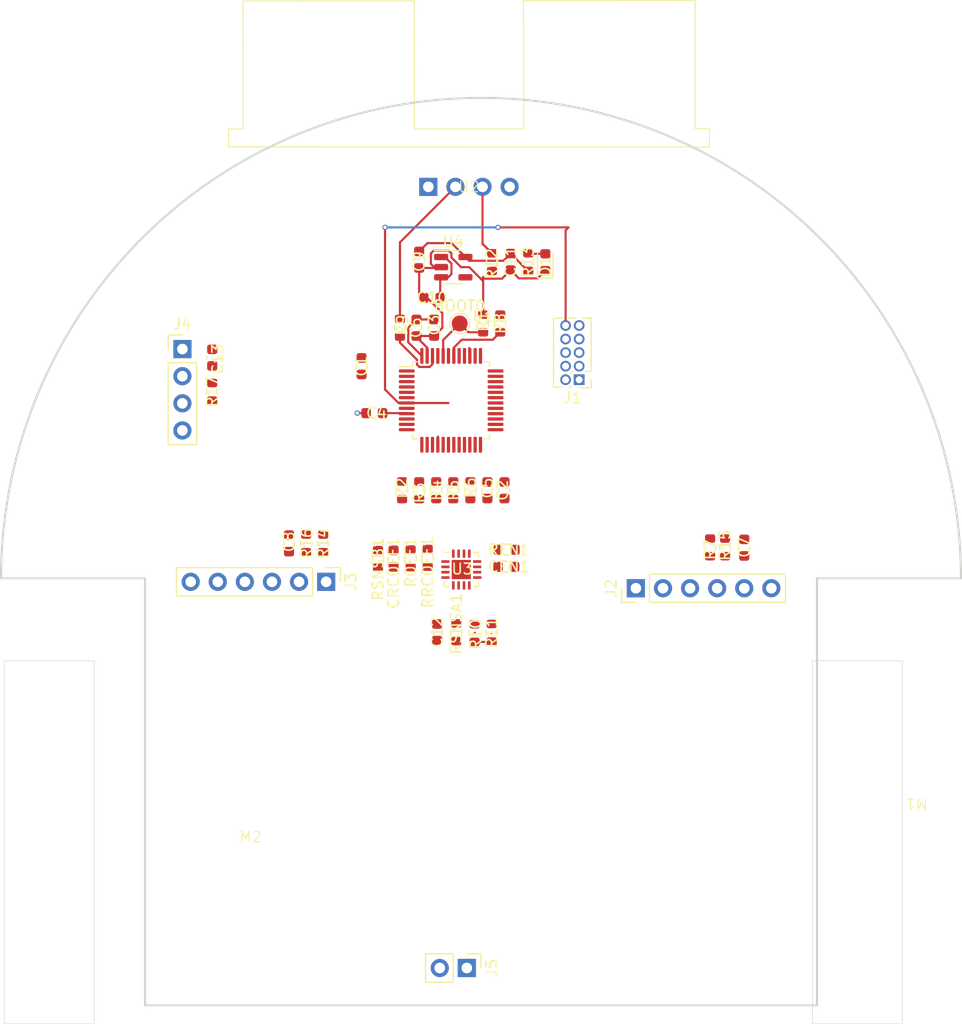
<source format=kicad_pcb>
(kicad_pcb (version 20221018) (generator pcbnew)
  (layers (0 "F.Cu" signal) (31 "B.Cu" signal) (34 "B.Paste" user) (35 "F.Paste" user) (36 "B.SilkS" user "B.Silkscreen") (37 "F.SilkS" user "F.Silkscreen") (38 "B.Mask" user) (39 "F.Mask" user) (44 "Edge.Cuts" user))
  (net 0 "")
  (net 1 "+3.3V")
  (net 2 "GND")
  (net 3 "+BATT")
  (net 4 "/mcu/UART1_TX")
  (net 5 "/mcu/IN_B2")
  (net 6 "/mcu/UART1_RX")
  (net 7 "/mcu/BOOT0")
  (net 8 "Net-(U1-PA2)")
  (net 9 "/SPIN_PWM_A")
  (net 10 "Net-(U1-PA3)")
  (net 11 "/mcu/TIM15_CH2")
  (net 12 "Net-(U1-PA4)")
  (net 13 "/SPIN_PH_A")
  (net 14 "Net-(U1-PA5)")
  (net 15 "/mcu/OUT_A5")
  (net 16 "/mcu/OUT_B0")
  (net 17 "Net-(U1-PB0)")
  (net 18 "Net-(U1-PB6)")
  (net 19 "/mcu/OUT_B9")
  (net 20 "Net-(U1-PB9)")
  (net 21 "/MB_C1")
  (net 22 "/MB_C2")
  (net 23 "/mcu/TIM3_CH2")
  (net 24 "/MA_C1")
  (net 25 "/mcu/TIM8_CH2")
  (net 31 "/mcu/~{RESET}")
  (net 43 "/mcu/SWDIO")
  (net 46 "/mcu/SWDCLK")
  (net 48 "/mcu/SWO")
  (net 53 "/SPIN_EN")
  (net 54 "Net-(U2-ECHO)")
  (net 55 "/motorB/MA")
  (net 56 "Net-(U3-SENSEA)")
  (net 57 "/motorB/MB")
  (net 58 "/motorA/MB")
  (net 59 "Net-(U3-SENSEB)")
  (net 60 "/motorA/MA")
  (net 61 "Net-(U3-REF)")
  (net 62 "Net-(U3-TOFF)")
  (net 64 "Net-(CRCOFF1-Pad1)")
  (net 65 "Net-(D1-A)")
  (net 66 "Net-(J2-Pin_3)")
  (net 67 "Net-(J3-Pin_3)")
  (net 68 "Net-(J2-Pin_4)")
  (net 69 "Net-(J3-Pin_4)")
  (net 70 "Net-(J4-Pin_3)")
  (net 71 "/external_uart/EXTERNAL_UART_TX")
  (net 72 "/external_uart/EXTERNAL_UART_RX")
  (footprint "Package_QFP:LQFP-48_7x7mm_P0.5mm" (layer "F.Cu") (at 149.8 81.6)
    (fp_text reference "U1" (at 3 -7.85) (layer "F.SilkS"))
    (fp_text value "STM32F030C8Tx")
    (pad "1" smd roundrect (at -4.1625 -2.75) (size 1.475 0.3) (layers "F.Cu" "F.Paste" "F.Mask") (net 1 "+3.3V"))
    (pad "2" smd roundrect (at -4.1625 -2.25) (size 1.475 0.3) (layers "F.Cu" "F.Paste" "F.Mask"))
    (pad "3" smd roundrect (at -4.1625 -1.75) (size 1.475 0.3) (layers "F.Cu" "F.Paste" "F.Mask"))
    (pad "4" smd roundrect (at -4.1625 -1.25) (size 1.475 0.3) (layers "F.Cu" "F.Paste" "F.Mask"))
    (pad "5" smd roundrect (at -4.1625 -0.75) (size 1.475 0.3) (layers "F.Cu" "F.Paste" "F.Mask"))
    (pad "6" smd roundrect (at -4.1625 -0.25) (size 1.475 0.3) (layers "F.Cu" "F.Paste" "F.Mask"))
    (pad "7" smd roundrect (at -4.1625 0.25) (size 1.475 0.3) (layers "F.Cu" "F.Paste" "F.Mask") (net 31 "/mcu/~{RESET}"))
    (pad "8" smd roundrect (at -4.1625 0.75) (size 1.475 0.3) (layers "F.Cu" "F.Paste" "F.Mask") (net 2 "GND"))
    (pad "9" smd roundrect (at -4.1625 1.25) (size 1.475 0.3) (layers "F.Cu" "F.Paste" "F.Mask") (net 1 "+3.3V"))
    (pad "10" smd roundrect (at -4.1625 1.75) (size 1.475 0.3) (layers "F.Cu" "F.Paste" "F.Mask") (net 21 "/MB_C1"))
    (pad "11" smd roundrect (at -4.1625 2.25) (size 1.475 0.3) (layers "F.Cu" "F.Paste" "F.Mask") (net 22 "/MB_C2"))
    (pad "12" smd roundrect (at -4.1625 2.75) (size 1.475 0.3) (layers "F.Cu" "F.Paste" "F.Mask") (net 8 "Net-(U1-PA2)"))
    (pad "13" smd roundrect (at -2.75 4.1625) (size 0.3 1.475) (layers "F.Cu" "F.Paste" "F.Mask") (net 10 "Net-(U1-PA3)"))
    (pad "14" smd roundrect (at -2.25 4.1625) (size 0.3 1.475) (layers "F.Cu" "F.Paste" "F.Mask") (net 12 "Net-(U1-PA4)"))
    (pad "15" smd roundrect (at -1.75 4.1625) (size 0.3 1.475) (layers "F.Cu" "F.Paste" "F.Mask") (net 14 "Net-(U1-PA5)"))
    (pad "16" smd roundrect (at -1.25 4.1625) (size 0.3 1.475) (layers "F.Cu" "F.Paste" "F.Mask") (net 24 "/MA_C1"))
    (pad "17" smd roundrect (at -0.75 4.1625) (size 0.3 1.475) (layers "F.Cu" "F.Paste" "F.Mask") (net 23 "/mcu/TIM3_CH2"))
    (pad "18" smd roundrect (at -0.25 4.1625) (size 0.3 1.475) (layers "F.Cu" "F.Paste" "F.Mask") (net 17 "Net-(U1-PB0)"))
    (pad "19" smd roundrect (at 0.25 4.1625) (size 0.3 1.475) (layers "F.Cu" "F.Paste" "F.Mask") (net 53 "/SPIN_EN"))
    (pad "20" smd roundrect (at 0.75 4.1625) (size 0.3 1.475) (layers "F.Cu" "F.Paste" "F.Mask") (net 5 "/mcu/IN_B2"))
    (pad "21" smd roundrect (at 1.25 4.1625) (size 0.3 1.475) (layers "F.Cu" "F.Paste" "F.Mask"))
    (pad "22" smd roundrect (at 1.75 4.1625) (size 0.3 1.475) (layers "F.Cu" "F.Paste" "F.Mask"))
    (pad "23" smd roundrect (at 2.25 4.1625) (size 0.3 1.475) (layers "F.Cu" "F.Paste" "F.Mask") (net 2 "GND"))
    (pad "24" smd roundrect (at 2.75 4.1625) (size 0.3 1.475) (layers "F.Cu" "F.Paste" "F.Mask") (net 1 "+3.3V"))
    (pad "25" smd roundrect (at 4.1625 2.75) (size 1.475 0.3) (layers "F.Cu" "F.Paste" "F.Mask"))
    (pad "26" smd roundrect (at 4.1625 2.25) (size 1.475 0.3) (layers "F.Cu" "F.Paste" "F.Mask"))
    (pad "27" smd roundrect (at 4.1625 1.75) (size 1.475 0.3) (layers "F.Cu" "F.Paste" "F.Mask"))
    (pad "28" smd roundrect (at 4.1625 1.25) (size 1.475 0.3) (layers "F.Cu" "F.Paste" "F.Mask"))
    (pad "29" smd roundrect (at 4.1625 0.75) (size 1.475 0.3) (layers "F.Cu" "F.Paste" "F.Mask"))
    (pad "30" smd roundrect (at 4.1625 0.25) (size 1.475 0.3) (layers "F.Cu" "F.Paste" "F.Mask"))
    (pad "31" smd roundrect (at 4.1625 -0.25) (size 1.475 0.3) (layers "F.Cu" "F.Paste" "F.Mask"))
    (pad "32" smd roundrect (at 4.1625 -0.75) (size 1.475 0.3) (layers "F.Cu" "F.Paste" "F.Mask"))
    (pad "33" smd roundrect (at 4.1625 -1.25) (size 1.475 0.3) (layers "F.Cu" "F.Paste" "F.Mask"))
    (pad "34" smd roundrect (at 4.1625 -1.75) (size 1.475 0.3) (layers "F.Cu" "F.Paste" "F.Mask") (net 43 "/mcu/SWDIO"))
    (pad "35" smd roundrect (at 4.1625 -2.25) (size 1.475 0.3) (layers "F.Cu" "F.Paste" "F.Mask"))
    (pad "36" smd roundrect (at 4.1625 -2.75) (size 1.475 0.3) (layers "F.Cu" "F.Paste" "F.Mask"))
    (pad "37" smd roundrect (at 2.75 -4.1625) (size 0.3 1.475) (layers "F.Cu" "F.Paste" "F.Mask") (net 46 "/mcu/SWDCLK"))
    (pad "38" smd roundrect (at 2.25 -4.1625) (size 0.3 1.475) (layers "F.Cu" "F.Paste" "F.Mask"))
    (pad "39" smd roundrect (at 1.75 -4.1625) (size 0.3 1.475) (layers "F.Cu" "F.Paste" "F.Mask") (net 48 "/mcu/SWO"))
    (pad "40" smd roundrect (at 1.25 -4.1625) (size 0.3 1.475) (layers "F.Cu" "F.Paste" "F.Mask"))
    (pad "41" smd roundrect (at 0.75 -4.1625) (size 0.3 1.475) (layers "F.Cu" "F.Paste" "F.Mask"))
    (pad "42" smd roundrect (at 0.25 -4.1625) (size 0.3 1.475) (layers "F.Cu" "F.Paste" "F.Mask") (net 18 "Net-(U1-PB6)"))
    (pad "43" smd roundrect (at -0.25 -4.1625) (size 0.3 1.475) (layers "F.Cu" "F.Paste" "F.Mask") (net 6 "/mcu/UART1_RX"))
    (pad "44" smd roundrect (at -0.75 -4.1625) (size 0.3 1.475) (layers "F.Cu" "F.Paste" "F.Mask") (net 7 "/mcu/BOOT0"))
    (pad "45" smd roundrect (at -1.25 -4.1625) (size 0.3 1.475) (layers "F.Cu" "F.Paste" "F.Mask") (net 25 "/mcu/TIM8_CH2"))
    (pad "46" smd roundrect (at -1.75 -4.1625) (size 0.3 1.475) (layers "F.Cu" "F.Paste" "F.Mask") (net 20 "Net-(U1-PB9)"))
    (pad "47" smd roundrect (at -2.25 -4.1625) (size 0.3 1.475) (layers "F.Cu" "F.Paste" "F.Mask") (net 2 "GND"))
    (pad "48" smd roundrect (at -2.75 -4.1625) (size 0.3 1.475) (layers "F.Cu" "F.Paste" "F.Mask") (net 1 "+3.3V"))
  )
  (footprint "Resistor_SMD:R_0603_1608Metric" (layer "F.Cu") (at 155 95.6 180)
    (fp_text reference "REN1" (at -0.2 0) (layer "F.SilkS"))
    (fp_text value "10k")
    (pad "1" smd roundrect (at -0.825 0 180) (size 0.8 0.95) (layers "F.Cu" "F.Paste" "F.Mask") (net 53 "/SPIN_EN"))
    (pad "2" smd roundrect (at 0.825 0 180) (size 0.8 0.95) (layers "F.Cu" "F.Paste" "F.Mask") (net 5 "/mcu/IN_B2"))
  )
  (footprint "Resistor_SMD:R_0603_1608Metric" (layer "F.Cu") (at 152.8 74.4 90)
    (fp_text reference "R1" (at 0.2 -0.0375 90) (layer "F.SilkS"))
    (fp_text value "10k")
    (pad "1" smd roundrect (at -0.825 0 90) (size 0.8 0.95) (layers "F.Cu" "F.Paste" "F.Mask") (net 7 "/mcu/BOOT0"))
    (pad "2" smd roundrect (at 0.825 0 90) (size 0.8 0.95) (layers "F.Cu" "F.Paste" "F.Mask") (net 2 "GND"))
  )
  (footprint "minimouse:N20_with_encoder" (layer "F.Cu") (at 131 123)
    (fp_text reference "M2" (at 0 -0.5 unlocked) (layer "F.SilkS") (effects (font (thickness 0.1))))
    (fp_text value "N20_encoder")
    (fp_rect (start -23.1 -17) (end -14.67 17) (stroke (width 0.05)) (fill none) (layer "Edge.Cuts"))
    (pad "" np_thru_hole circle locked (at 0 -9) (size 1 1) (drill 2.2) (layers "F&B.Cu" "*.Mask"))
    (pad "" np_thru_hole circle locked (at 0 9) (size 1 1) (drill 2.2) (layers "F&B.Cu" "*.Mask"))
  )
  (footprint "Resistor_SMD:R_0603_1608Metric" (layer "F.Cu") (at 136.2 95 90)
    (fp_text reference "R16" (at 0 0.07 90) (layer "F.SilkS"))
    (fp_text value "100")
    (pad "1" smd roundrect (at -0.825 0 90) (size 0.8 0.95) (layers "F.Cu" "F.Paste" "F.Mask") (net 22 "/MB_C2"))
    (pad "2" smd roundrect (at 0.825 0 90) (size 0.8 0.95) (layers "F.Cu" "F.Paste" "F.Mask") (net 69 "Net-(J3-Pin_4)"))
  )
  (footprint "Resistor_SMD:R_0603_1608Metric" (layer "F.Cu") (at 152 103.4 -90)
    (fp_text reference "R10" (at 0.115 -0.11 90) (layer "F.SilkS"))
    (fp_text value "10k")
    (pad "1" smd roundrect (at -0.825 0 270) (size 0.8 0.95) (layers "F.Cu" "F.Paste" "F.Mask") (net 3 "+BATT"))
    (pad "2" smd roundrect (at 0.825 0 270) (size 0.8 0.95) (layers "F.Cu" "F.Paste" "F.Mask") (net 61 "Net-(U3-REF)"))
  )
  (footprint "Connector_PinHeader_2.54mm:PinHeader_1x04_P2.54mm_Vertical" (layer "F.Cu") (at 124.6 76.8)
    (fp_text reference "J4" (at 0 -2.33) (layer "F.SilkS"))
    (fp_text value "Conn_01x04")
    (pad "1" thru_hole rect (at 0 0) (size 1.7 1.7) (drill 1) (layers "*.Cu" "*.Mask") (net 2 "GND"))
    (pad "2" thru_hole oval (at 0 2.54) (size 1.7 1.7) (drill 1) (layers "*.Cu" "*.Mask") (net 3 "+BATT"))
    (pad "3" thru_hole oval (at 0 5.08) (size 1.7 1.7) (drill 1) (layers "*.Cu" "*.Mask") (net 70 "Net-(J4-Pin_3)"))
    (pad "4" thru_hole oval (at 0 7.62) (size 1.7 1.7) (drill 1) (layers "*.Cu" "*.Mask") (net 72 "/external_uart/EXTERNAL_UART_RX"))
  )
  (footprint "Resistor_SMD:R_0603_1608Metric" (layer "F.Cu") (at 157.03058 68.65058 90)
    (fp_text reference "R13" (at 0 0 90) (layer "F.SilkS"))
    (fp_text value "330")
    (pad "1" smd roundrect (at -0.825 0 90) (size 0.8 0.95) (layers "F.Cu" "F.Paste" "F.Mask") (net 1 "+3.3V"))
    (pad "2" smd roundrect (at 0.825 0 90) (size 0.8 0.95) (layers "F.Cu" "F.Paste" "F.Mask") (net 65 "Net-(D1-A)"))
  )
  (footprint "Resistor_SMD:R_0603_1608Metric" (layer "F.Cu") (at 127.4 80.8 90)
    (fp_text reference "R17" (at 0 0 90) (layer "F.SilkS"))
    (fp_text value "100")
    (pad "1" smd roundrect (at -0.825 0 90) (size 0.8 0.95) (layers "F.Cu" "F.Paste" "F.Mask") (net 70 "Net-(J4-Pin_3)"))
    (pad "2" smd roundrect (at 0.825 0 90) (size 0.8 0.95) (layers "F.Cu" "F.Paste" "F.Mask") (net 71 "/external_uart/EXTERNAL_UART_TX"))
  )
  (footprint "TestPoint:TestPoint_Pad_D1.5mm" (layer "F.Cu") (at 150.6 74.4)
    (fp_text reference "BOOT0" (at 0 -1.648) (layer "F.SilkS"))
    (fp_text value "TestPoint")
    (pad "1" smd circle (at 0 0) (size 1.5 1.5) (layers "F.Cu" "F.Mask") (net 7 "/mcu/BOOT0"))
  )
  (footprint "Resistor_SMD:R_0603_1608Metric" (layer "F.Cu") (at 148.4 90.025 -90)
    (fp_text reference "R4" (at 0 0 90) (layer "F.SilkS"))
    (fp_text value "100")
    (pad "1" smd roundrect (at -0.825 0 270) (size 0.8 0.95) (layers "F.Cu" "F.Paste" "F.Mask") (net 12 "Net-(U1-PA4)"))
    (pad "2" smd roundrect (at 0.825 0 270) (size 0.8 0.95) (layers "F.Cu" "F.Paste" "F.Mask") (net 13 "/SPIN_PH_A"))
  )
  (footprint "Capacitor_SMD:C_0603_1608Metric" (layer "F.Cu") (at 142.6 82.8 180)
    (fp_text reference "C4" (at -0.2 0) (layer "F.SilkS"))
    (fp_text value "0.1uF")
    (pad "1" smd roundrect (at -0.775 0 180) (size 0.9 0.95) (layers "F.Cu" "F.Paste" "F.Mask") (net 1 "+3.3V"))
    (pad "2" smd roundrect (at 0.775 0 180) (size 0.9 0.95) (layers "F.Cu" "F.Paste" "F.Mask") (net 2 "GND"))
  )
  (footprint "Resistor_SMD:R_0603_1608Metric" (layer "F.Cu") (at 145 74.8 -90)
    (fp_text reference "R9" (at -0.237258 -0.22 90) (layer "F.SilkS"))
    (fp_text value "100")
    (pad "1" smd roundrect (at -0.825 0 270) (size 0.8 0.95) (layers "F.Cu" "F.Paste" "F.Mask") (net 19 "/mcu/OUT_B9"))
    (pad "2" smd roundrect (at 0.825 0 270) (size 0.8 0.95) (layers "F.Cu" "F.Paste" "F.Mask") (net 20 "Net-(U1-PB9)"))
  )
  (footprint "Package_TO_SOT_SMD:SOT-23-5" (layer "F.Cu") (at 150 69.125)
    (fp_text reference "U4" (at 0 -2.4) (layer "F.SilkS"))
    (fp_text value "LP5907MFX-3.3")
    (pad "1" smd roundrect (at -1.1375 -0.95) (size 1.325 0.6) (layers "F.Cu" "F.Paste" "F.Mask") (net 3 "+BATT"))
    (pad "2" smd roundrect (at -1.1375 0) (size 1.325 0.6) (layers "F.Cu" "F.Paste" "F.Mask") (net 2 "GND"))
    (pad "3" smd roundrect (at -1.1375 0.95) (size 1.325 0.6) (layers "F.Cu" "F.Paste" "F.Mask") (net 3 "+BATT"))
    (pad "4" smd roundrect (at 1.1375 0.95) (size 1.325 0.6) (layers "F.Cu" "F.Paste" "F.Mask"))
    (pad "5" smd roundrect (at 1.1375 -0.95) (size 1.325 0.6) (layers "F.Cu" "F.Paste" "F.Mask") (net 1 "+3.3V"))
  )
  (footprint "Package_DFN_QFN:VQFN-16-1EP_3x3mm_P0.5mm_EP1.8x1.8mm" (layer "F.Cu") (at 150.75 97.45)
    (fp_text reference "U3" (at 0.0875 -0.05) (layer "F.SilkS"))
    (fp_text value "STSPIN240")
    (pad "1" smd roundrect (at -1.4875 -0.75) (size 0.775 0.25) (layers "F.Cu" "F.Paste" "F.Mask") (net 13 "/SPIN_PH_A"))
    (pad "2" smd roundrect (at -1.4875 -0.25) (size 0.775 0.25) (layers "F.Cu" "F.Paste" "F.Mask") (net 9 "/SPIN_PWM_A"))
    (pad "3" smd roundrect (at -1.4875 0.25) (size 0.775 0.25) (layers "F.Cu" "F.Paste" "F.Mask") (net 55 "/motorB/MA"))
    (pad "4" smd roundrect (at -1.4875 0.75) (size 0.775 0.25) (layers "F.Cu" "F.Paste" "F.Mask") (net 56 "Net-(U3-SENSEA)"))
    (pad "5" smd roundrect (at -0.75 1.4875) (size 0.25 0.775) (layers "F.Cu" "F.Paste" "F.Mask") (net 57 "/motorB/MB"))
    (pad "6" smd roundrect (at -0.25 1.4875) (size 0.25 0.775) (layers "F.Cu" "F.Paste" "F.Mask") (net 3 "+BATT"))
    (pad "7" smd roundrect (at 0.25 1.4875) (size 0.25 0.775) (layers "F.Cu" "F.Paste" "F.Mask") (net 2 "GND"))
    (pad "8" smd roundrect (at 0.75 1.4875) (size 0.25 0.775) (layers "F.Cu" "F.Paste" "F.Mask") (net 58 "/motorA/MB"))
    (pad "9" smd roundrect (at 1.4875 0.75) (size 0.775 0.25) (layers "F.Cu" "F.Paste" "F.Mask") (net 59 "Net-(U3-SENSEB)"))
    (pad "10" smd roundrect (at 1.4875 0.25) (size 0.775 0.25) (layers "F.Cu" "F.Paste" "F.Mask") (net 60 "/motorA/MA"))
    (pad "11" smd roundrect (at 1.4875 -0.25) (size 0.775 0.25) (layers "F.Cu" "F.Paste" "F.Mask") (net 61 "Net-(U3-REF)"))
    (pad "12" smd roundrect (at 1.4875 -0.75) (size 0.775 0.25) (layers "F.Cu" "F.Paste" "F.Mask") (net 62 "Net-(U3-TOFF)"))
    (pad "13" smd roundrect (at 0.75 -1.4875) (size 0.25 0.775) (layers "F.Cu" "F.Paste" "F.Mask") (net 5 "/mcu/IN_B2"))
    (pad "14" smd roundrect (at 0.25 -1.4875) (size 0.25 0.775) (layers "F.Cu" "F.Paste" "F.Mask") (net 16 "/mcu/OUT_B0"))
    (pad "15" smd roundrect (at -0.25 -1.4875) (size 0.25 0.775) (layers "F.Cu" "F.Paste" "F.Mask") (net 15 "/mcu/OUT_A5"))
    (pad "16" smd roundrect (at -0.75 -1.4875) (size 0.25 0.775) (layers "F.Cu" "F.Paste" "F.Mask") (net 11 "/mcu/TIM15_CH2"))
    (pad "17" smd rect (at 0 0) (size 1.8 1.8) (layers "F.Cu" "F.Mask") (net 2 "GND"))
  )
  (footprint "Capacitor_SMD:C_0603_1608Metric" (layer "F.Cu") (at 153.2 90.025 -90)
    (fp_text reference "C5" (at -0.2 0 90) (layer "F.SilkS"))
    (fp_text value "0.1uF")
    (pad "1" smd roundrect (at -0.775 0 270) (size 0.9 0.95) (layers "F.Cu" "F.Paste" "F.Mask") (net 1 "+3.3V"))
    (pad "2" smd roundrect (at 0.775 0 270) (size 0.9 0.95) (layers "F.Cu" "F.Paste" "F.Mask") (net 2 "GND"))
  )
  (footprint "minimouse:N20_with_encoder" (layer "F.Cu") (at 169 123 180)
    (fp_text reference "M1" (at -24.45 3.6 180 unlocked) (layer "F.SilkS") (effects (font (thickness 0.1))))
    (fp_text value "N20_encoder")
    (fp_rect (start -23.1 -17) (end -14.67 17) (stroke (width 0.05)) (fill none) (layer "Edge.Cuts"))
    (pad "" np_thru_hole circle locked (at 0 -9 180) (size 1 1) (drill 2.2) (layers "F&B.Cu" "*.Mask"))
    (pad "" np_thru_hole circle locked (at 0 9 180) (size 1 1) (drill 2.2) (layers "F&B.Cu" "*.Mask"))
  )
  (footprint "Capacitor_SMD:C_0603_1608Metric" (layer "F.Cu") (at 154.975 97.2)
    (fp_text reference "CEN1" (at 0.225 0) (layer "F.SilkS"))
    (fp_text value "10nF")
    (pad "1" smd roundrect (at -0.775 0) (size 0.9 0.95) (layers "F.Cu" "F.Paste" "F.Mask") (net 5 "/mcu/IN_B2"))
    (pad "2" smd roundrect (at 0.775 0) (size 0.9 0.95) (layers "F.Cu" "F.Paste" "F.Mask") (net 2 "GND"))
  )
  (footprint "Capacitor_SMD:C_0603_1608Metric" (layer "F.Cu") (at 155.375 68.625 -90)
    (fp_text reference "C11" (at 0 0 90) (layer "F.SilkS"))
    (fp_text value "2.2uF")
    (pad "1" smd roundrect (at -0.775 0 270) (size 0.9 0.95) (layers "F.Cu" "F.Paste" "F.Mask") (net 1 "+3.3V"))
    (pad "2" smd roundrect (at 0.775 0 270) (size 0.9 0.95) (layers "F.Cu" "F.Paste" "F.Mask") (net 2 "GND"))
  )
  (footprint "Connector_PinHeader_2.54mm:PinHeader_1x02_P2.54mm_Vertical" (layer "F.Cu") (at 151.27 134.775 -90)
    (fp_text reference "J5" (at 0 -2.33 90) (layer "F.SilkS"))
    (fp_text value "Conn_01x02")
    (pad "1" thru_hole rect locked (at 0 0 270) (size 1.7 1.7) (drill 1) (layers "*.Cu" "*.Mask") (net 2 "GND"))
    (pad "2" thru_hole oval locked (at 0 2.54 270) (size 1.7 1.7) (drill 1) (layers "*.Cu" "*.Mask") (net 3 "+BATT"))
  )
  (footprint "Resistor_SMD:R_0603_1608Metric" (layer "F.Cu") (at 146 96.4 -90)
    (fp_text reference "ROFF1" (at 0.375 0 90) (layer "F.SilkS"))
    (fp_text value "47k")
    (pad "1" smd roundrect (at -0.825 0 270) (size 0.8 0.95) (layers "F.Cu" "F.Paste" "F.Mask") (net 62 "Net-(U3-TOFF)"))
    (pad "2" smd roundrect (at 0.825 0 270) (size 0.8 0.95) (layers "F.Cu" "F.Paste" "F.Mask") (net 2 "GND"))
  )
  (footprint "Resistor_SMD:R_0603_1608Metric" (layer "F.Cu") (at 147.6 96.35 -90)
    (fp_text reference "RRCOFF1" (at 1.375 0 90) (layer "F.SilkS"))
    (fp_text value "1k")
    (pad "1" smd roundrect (at -0.825 0 270) (size 0.8 0.95) (layers "F.Cu" "F.Paste" "F.Mask") (net 62 "Net-(U3-TOFF)"))
    (pad "2" smd roundrect (at 0.825 0 270) (size 0.8 0.95) (layers "F.Cu" "F.Paste" "F.Mask") (net 64 "Net-(CRCOFF1-Pad1)"))
  )
  (footprint "Resistor_SMD:R_0603_1608Metric" (layer "F.Cu") (at 153.6 103.375 90)
    (fp_text reference "R11" (at 0 0 90) (layer "F.SilkS"))
    (fp_text value "10k")
    (pad "1" smd roundrect (at -0.825 0 90) (size 0.8 0.95) (layers "F.Cu" "F.Paste" "F.Mask") (net 61 "Net-(U3-REF)"))
    (pad "2" smd roundrect (at 0.825 0 90) (size 0.8 0.95) (layers "F.Cu" "F.Paste" "F.Mask") (net 2 "GND"))
  )
  (footprint "Resistor_SMD:R_0603_1608Metric" (layer "F.Cu") (at 153.63058 68.65058 90)
    (fp_text reference "R12" (at -0.175 0 90) (layer "F.SilkS"))
    (fp_text value "100")
    (pad "1" smd roundrect (at -0.825 0 90) (size 0.8 0.95) (layers "F.Cu" "F.Paste" "F.Mask") (net 25 "/mcu/TIM8_CH2"))
    (pad "2" smd roundrect (at 0.825 0 90) (size 0.8 0.95) (layers "F.Cu" "F.Paste" "F.Mask") (net 54 "Net-(U2-ECHO)"))
  )
  (footprint "Capacitor_SMD:C_0603_1608Metric" (layer "F.Cu") (at 148.2 74.8 -90)
    (fp_text reference "C3" (at -0.245 -0.02 90) (layer "F.SilkS"))
    (fp_text value "0.1uF")
    (pad "1" smd roundrect (at -0.775 0 270) (size 0.9 0.95) (layers "F.Cu" "F.Paste" "F.Mask") (net 1 "+3.3V"))
    (pad "2" smd roundrect (at 0.775 0 270) (size 0.9 0.95) (layers "F.Cu" "F.Paste" "F.Mask") (net 2 "GND"))
  )
  (footprint "Capacitor_SMD:C_0603_1608Metric" (layer "F.Cu") (at 146.8 68.425 -90)
    (fp_text reference "C9" (at 0.175 0 90) (layer "F.SilkS"))
    (fp_text value "2.2uF")
    (pad "1" smd roundrect (at -0.775 0 270) (size 0.9 0.95) (layers "F.Cu" "F.Paste" "F.Mask") (net 1 "+3.3V"))
    (pad "2" smd roundrect (at 0.775 0 270) (size 0.9 0.95) (layers "F.Cu" "F.Paste" "F.Mask") (net 2 "GND"))
  )
  (footprint "Resistor_SMD:R_0603_1608Metric" (layer "F.Cu") (at 154.4 74.4 -90)
    (fp_text reference "R8" (at 0 0 90) (layer "F.SilkS"))
    (fp_text value "100")
    (pad "1" smd roundrect (at -0.825 0 270) (size 0.8 0.95) (layers "F.Cu" "F.Paste" "F.Mask") (net 4 "/mcu/UART1_TX"))
    (pad "2" smd roundrect (at 0.825 0 270) (size 0.8 0.95) (layers "F.Cu" "F.Paste" "F.Mask") (net 18 "Net-(U1-PB6)"))
  )
  (footprint "LED_SMD:LED_0603_1608Metric" (layer "F.Cu") (at 158.63058 68.66308 90)
    (fp_text reference "D1" (at -0.4125 0 90) (layer "F.SilkS"))
    (fp_text value "LED")
    (pad "1" smd roundrect (at -0.7875 0 90) (size 0.875 0.95) (layers "F.Cu" "F.Paste" "F.Mask") (net 2 "GND"))
    (pad "2" smd roundrect (at 0.7875 0 90) (size 0.875 0.95) (layers "F.Cu" "F.Paste" "F.Mask") (net 65 "Net-(D1-A)"))
  )
  (footprint "Resistor_SMD:R_0603_1608Metric" (layer "F.Cu") (at 174.08 95.375 -90)
    (fp_text reference "R7" (at 0.2 0 -270) (layer "F.SilkS"))
    (fp_text value "100")
    (pad "1" smd roundrect (at -0.825 0 270) (size 0.8 0.95) (layers "F.Cu" "F.Paste" "F.Mask") (net 24 "/MA_C1"))
    (pad "2" smd roundrect (at 0.825 0 270) (size 0.8 0.95) (layers "F.Cu" "F.Paste" "F.Mask") (net 66 "Net-(J2-Pin_3)"))
  )
  (footprint "Resistor_SMD:R_0603_1608Metric" (layer "F.Cu") (at 145.2 90.025 -90)
    (fp_text reference "R2" (at -0.2 0 -270) (layer "F.SilkS"))
    (fp_text value "100")
    (pad "1" smd roundrect (at -0.825 0 270) (size 0.8 0.95) (layers "F.Cu" "F.Paste" "F.Mask") (net 8 "Net-(U1-PA2)"))
    (pad "2" smd roundrect (at 0.825 0 270) (size 0.8 0.95) (layers "F.Cu" "F.Paste" "F.Mask") (net 9 "/SPIN_PWM_A"))
  )
  (footprint "Resistor_SMD:R_0603_1608Metric" (layer "F.Cu") (at 146.8 90.025 -90)
    (fp_text reference "R3" (at 0.237258 0 90) (layer "F.SilkS"))
    (fp_text value "100")
    (pad "1" smd roundrect (at -0.825 0 270) (size 0.8 0.95) (layers "F.Cu" "F.Paste" "F.Mask") (net 10 "Net-(U1-PA3)"))
    (pad "2" smd roundrect (at 0.825 0 270) (size 0.8 0.95) (layers "F.Cu" "F.Paste" "F.Mask") (net 11 "/mcu/TIM15_CH2"))
  )
  (footprint "Capacitor_SMD:C_0603_1608Metric" (layer "F.Cu") (at 154.8 90.025 -90)
    (fp_text reference "C2" (at 0 0.2 90) (layer "F.SilkS"))
    (fp_text value "0.1uF")
    (pad "1" smd roundrect (at -0.775 0 270) (size 0.9 0.95) (layers "F.Cu" "F.Paste" "F.Mask") (net 1 "+3.3V"))
    (pad "2" smd roundrect (at 0.775 0 270) (size 0.9 0.95) (layers "F.Cu" "F.Paste" "F.Mask") (net 2 "GND"))
  )
  (footprint "Capacitor_SMD:C_0603_1608Metric" (layer "F.Cu") (at 141.4 78.4 90)
    (fp_text reference "C1" (at 0 0 90) (layer "F.SilkS"))
    (fp_text value "2.2uF")
    (pad "1" smd roundrect (at -0.775 0 90) (size 0.9 0.95) (layers "F.Cu" "F.Paste" "F.Mask") (net 1 "+3.3V"))
    (pad "2" smd roundrect (at 0.775 0 90) (size 0.9 0.95) (layers "F.Cu" "F.Paste" "F.Mask") (net 2 "GND"))
  )
  (footprint "Resistor_SMD:R_0603_1608Metric" (layer "F.Cu") (at 150 90.025 -90)
    (fp_text reference "R5" (at 0 0 90) (layer "F.SilkS"))
    (fp_text value "100")
    (pad "1" smd roundrect (at -0.825 0 270) (size 0.8 0.95) (layers "F.Cu" "F.Paste" "F.Mask") (net 14 "Net-(U1-PA5)"))
    (pad "2" smd roundrect (at 0.825 0 270) (size 0.8 0.95) (layers "F.Cu" "F.Paste" "F.Mask") (net 15 "/mcu/OUT_A5"))
  )
  (footprint "Resistor_SMD:R_0603_1608Metric" (layer "F.Cu") (at 142.94 96.45 -90)
    (fp_text reference "RSNSB1" (at 0.975 0 90) (layer "F.SilkS"))
    (fp_text value "330m")
    (pad "1" smd roundrect (at -0.825 0 270) (size 0.8 0.95) (layers "F.Cu" "F.Paste" "F.Mask") (net 59 "Net-(U3-SENSEB)"))
    (pad "2" smd roundrect (at 0.825 0 270) (size 0.8 0.95) (layers "F.Cu" "F.Paste" "F.Mask") (net 2 "GND"))
  )
  (footprint "Connector_PinHeader_1.27mm:PinHeader_2x05_P1.27mm_Vertical" (layer "F.Cu") (at 161.8 79.67 180)
    (fp_text reference "J1" (at 0.635 -1.695) (layer "F.SilkS"))
    (fp_text value "Conn_ARM_JTAG_SWD_10")
    (pad "1" thru_hole rect (at 0 0 180) (size 1 1) (drill 0.65) (layers "*.Cu" "*.Mask") (net 1 "+3.3V"))
    (pad "2" thru_hole oval (at 1.27 0 180) (size 1 1) (drill 0.65) (layers "*.Cu" "*.Mask") (net 43 "/mcu/SWDIO"))
    (pad "3" thru_hole oval (at 0 1.27 180) (size 1 1) (drill 0.65) (layers "*.Cu" "*.Mask") (net 2 "GND"))
    (pad "4" thru_hole oval (at 1.27 1.27 180) (size 1 1) (drill 0.65) (layers "*.Cu" "*.Mask") (net 46 "/mcu/SWDCLK"))
    (pad "5" thru_hole oval (at 0 2.54 180) (size 1 1) (drill 0.65) (layers "*.Cu" "*.Mask") (net 2 "GND"))
    (pad "6" thru_hole oval (at 1.27 2.54 180) (size 1 1) (drill 0.65) (layers "*.Cu" "*.Mask") (net 48 "/mcu/SWO"))
    (pad "7" thru_hole oval (at 0 3.81 180) (size 1 1) (drill 0.65) (layers "*.Cu" "*.Mask"))
    (pad "8" thru_hole oval (at 1.27 3.81 180) (size 1 1) (drill 0.65) (layers "*.Cu" "*.Mask"))
    (pad "9" thru_hole oval (at 0 5.08 180) (size 1 1) (drill 0.65) (layers "*.Cu" "*.Mask") (net 2 "GND"))
    (pad "10" thru_hole oval (at 1.27 5.08 180) (size 1 1) (drill 0.65) (layers "*.Cu" "*.Mask") (net 31 "/mcu/~{RESET}"))
  )
  (footprint "Resistor_SMD:R_0603_1608Metric" (layer "F.Cu") (at 150.28 103.33 90)
    (fp_text reference "RSNSA1" (at 0.8 0 90) (layer "F.SilkS"))
    (fp_text value "330m")
    (pad "1" smd roundrect (at -0.825 0 90) (size 0.8 0.95) (layers "F.Cu" "F.Paste" "F.Mask") (net 56 "Net-(U3-SENSEA)"))
    (pad "2" smd roundrect (at 0.825 0 90) (size 0.8 0.95) (layers "F.Cu" "F.Paste" "F.Mask") (net 2 "GND"))
  )
  (footprint "Capacitor_SMD:C_0603_1608Metric" (layer "F.Cu") (at 146.55 74.8 -90)
    (fp_text reference "C6" (at 0 0.0625 90) (layer "F.SilkS"))
    (fp_text value "2.2uF")
    (pad "1" smd roundrect (at -0.775 0 270) (size 0.9 0.95) (layers "F.Cu" "F.Paste" "F.Mask") (net 1 "+3.3V"))
    (pad "2" smd roundrect (at 0.775 0 270) (size 0.9 0.95) (layers "F.Cu" "F.Paste" "F.Mask") (net 2 "GND"))
  )
  (footprint "Capacitor_SMD:C_0603_1608Metric" (layer "F.Cu") (at 148.48 103.33 -90)
    (fp_text reference "C12" (at 0 0 90) (layer "F.SilkS"))
    (fp_text value "2.2uF")
    (pad "1" smd roundrect (at -0.775 0 270) (size 0.9 0.95) (layers "F.Cu" "F.Paste" "F.Mask") (net 3 "+BATT"))
    (pad "2" smd roundrect (at 0.775 0 270) (size 0.9 0.95) (layers "F.Cu" "F.Paste" "F.Mask") (net 2 "GND"))
  )
  (footprint "Resistor_SMD:R_0603_1608Metric" (layer "F.Cu") (at 137.8 95 90)
    (fp_text reference "R14" (at 0 0 90) (layer "F.SilkS"))
    (fp_text value "100")
    (pad "1" smd roundrect (at -0.825 0 90) (size 0.8 0.95) (layers "F.Cu" "F.Paste" "F.Mask") (net 21 "/MB_C1"))
    (pad "2" smd roundrect (at 0.825 0 90) (size 0.8 0.95) (layers "F.Cu" "F.Paste" "F.Mask") (net 67 "Net-(J3-Pin_3)"))
  )
  (footprint "Capacitor_SMD:C_0603_1608Metric" (layer "F.Cu") (at 148 72 180)
    (fp_text reference "C10" (at 0 0) (layer "F.SilkS"))
    (fp_text value "2.2uF")
    (pad "1" smd roundrect (at -0.775 0 180) (size 0.9 0.95) (layers "F.Cu" "F.Paste" "F.Mask") (net 3 "+BATT"))
    (pad "2" smd roundrect (at 0.775 0 180) (size 0.9 0.95) (layers "F.Cu" "F.Paste" "F.Mask") (net 2 "GND"))
  )
  (footprint "Capacitor_SMD:C_0603_1608Metric" (layer "F.Cu") (at 134.6 95 -90)
    (fp_text reference "C8" (at -0.14058 0 90) (layer "F.SilkS"))
    (fp_text value "2.2uF")
    (pad "1" smd roundrect (at -0.775 0 270) (size 0.9 0.95) (layers "F.Cu" "F.Paste" "F.Mask") (net 3 "+BATT"))
    (pad "2" smd roundrect (at 0.775 0 270) (size 0.9 0.95) (layers "F.Cu" "F.Paste" "F.Mask") (net 2 "GND"))
  )
  (footprint "Connector_PinHeader_2.54mm:PinHeader_1x06_P2.54mm_Vertical" (layer "F.Cu") (at 167.12 99.2 90)
    (fp_text reference "J2" (at 0 -2.33 90) (layer "F.SilkS"))
    (fp_text value "Conn_01x06")
    (pad "1" thru_hole rect (at 0 0 90) (size 1.7 1.7) (drill 1) (layers "*.Cu" "*.Mask") (net 60 "/motorA/MA"))
    (pad "2" thru_hole oval (at 0 2.54 90) (size 1.7 1.7) (drill 1) (layers "*.Cu" "*.Mask") (net 2 "GND"))
    (pad "3" thru_hole oval (at 0 5.08 90) (size 1.7 1.7) (drill 1) (layers "*.Cu" "*.Mask") (net 66 "Net-(J2-Pin_3)"))
    (pad "4" thru_hole oval (at 0 7.62 90) (size 1.7 1.7) (drill 1) (layers "*.Cu" "*.Mask") (net 68 "Net-(J2-Pin_4)"))
    (pad "5" thru_hole oval (at 0 10.16 90) (size 1.7 1.7) (drill 1) (layers "*.Cu" "*.Mask") (net 3 "+BATT"))
    (pad "6" thru_hole oval (at 0 12.7 90) (size 1.7 1.7) (drill 1) (layers "*.Cu" "*.Mask") (net 58 "/motorA/MB"))
  )
  (footprint "Capacitor_SMD:C_0603_1608Metric" (layer "F.Cu") (at 144.4 96.425 -90)
    (fp_text reference "CRCOFF1" (at 1.35 0 90) (layer "F.SilkS"))
    (fp_text value "22nf")
    (pad "1" smd roundrect (at -0.775 0 270) (size 0.9 0.95) (layers "F.Cu" "F.Paste" "F.Mask") (net 64 "Net-(CRCOFF1-Pad1)"))
    (pad "2" smd roundrect (at 0.775 0 270) (size 0.9 0.95) (layers "F.Cu" "F.Paste" "F.Mask") (net 2 "GND"))
  )
  (footprint "Capacitor_SMD:C_0603_1608Metric" (layer "F.Cu") (at 177.28 95.4 90)
    (fp_text reference "C7" (at 0.025 0 90) (layer "F.SilkS"))
    (fp_text value "2.2uF")
    (pad "1" smd roundrect (at -0.775 0 90) (size 0.9 0.95) (layers "F.Cu" "F.Paste" "F.Mask") (net 3 "+BATT"))
    (pad "2" smd roundrect (at 0.775 0 90) (size 0.9 0.95) (layers "F.Cu" "F.Paste" "F.Mask") (net 2 "GND"))
  )
  (footprint "Resistor_SMD:R_0603_1608Metric" (layer "F.Cu") (at 175.48 95.375 90)
    (fp_text reference "R15" (at 0.2 0 90) (layer "F.SilkS"))
    (fp_text value "100")
    (pad "1" smd roundrect (at -0.825 0 90) (size 0.8 0.95) (layers "F.Cu" "F.Paste" "F.Mask") (net 23 "/mcu/TIM3_CH2"))
    (pad "2" smd roundrect (at 0.825 0 90) (size 0.8 0.95) (layers "F.Cu" "F.Paste" "F.Mask") (net 68 "Net-(J2-Pin_4)"))
  )
  (footprint "minimouse:HC-SR04" (layer "F.Cu") (at 151.47 61.6)
    (fp_text reference "U2" (at -0.01 0 unlocked) (layer "F.SilkS") (effects (font (thickness 0.1))))
    (fp_text value "HC-SR04")
    (pad "1" thru_hole rect (at -3.81 0 90) (size 1.7 1.7) (drill 1) (layers "*.Cu" "*.Mask") (net 2 "GND"))
    (pad "2" thru_hole oval (at -1.27 0 90) (size 1.7 1.7) (drill 1) (layers "*.Cu" "*.Mask") (net 19 "/mcu/OUT_B9"))
    (pad "3" thru_hole oval (at 1.27 0 90) (size 1.7 1.7) (drill 1) (layers "*.Cu" "*.Mask") (net 54 "Net-(U2-ECHO)"))
    (pad "4" thru_hole oval (at 3.81 0 90) (size 1.7 1.7) (drill 1) (layers "*.Cu" "*.Mask") (net 1 "+3.3V"))
  )
  (footprint "Capacitor_SMD:C_0603_1608Metric" (layer "F.Cu") (at 127.4 77.6 90)
    (fp_text reference "C13" (at -0.14058 0.51 90) (layer "F.SilkS"))
    (fp_text value "2.2uF")
    (pad "1" smd roundrect (at -0.775 0 90) (size 0.9 0.95) (layers "F.Cu" "F.Paste" "F.Mask") (net 3 "+BATT"))
    (pad "2" smd roundrect (at 0.775 0 90) (size 0.9 0.95) (layers "F.Cu" "F.Paste" "F.Mask") (net 2 "GND"))
  )
  (footprint "Resistor_SMD:R_0603_1608Metric" (layer "F.Cu") (at 151.6 90.025 90)
    (fp_text reference "R6" (at 0.237258 0 90) (layer "F.SilkS"))
    (fp_text value "100")
    (pad "1" smd roundrect (at -0.825 0 90) (size 0.8 0.95) (layers "F.Cu" "F.Paste" "F.Mask") (net 16 "/mcu/OUT_B0"))
    (pad "2" smd roundrect (at 0.825 0 90) (size 0.8 0.95) (layers "F.Cu" "F.Paste" "F.Mask") (net 17 "Net-(U1-PB0)"))
  )
  (footprint "Connector_PinHeader_2.54mm:PinHeader_1x06_P2.54mm_Vertical" (layer "F.Cu") (at 138.08 98.6 -90)
    (fp_text reference "J3" (at 0 -2.33 90) (layer "F.SilkS"))
    (fp_text value "Conn_01x06")
    (pad "1" thru_hole rect (at 0 0 270) (size 1.7 1.7) (drill 1) (layers "*.Cu" "*.Mask") (net 55 "/motorB/MA"))
    (pad "2" thru_hole oval (at 0 2.54 270) (size 1.7 1.7) (drill 1) (layers "*.Cu" "*.Mask") (net 2 "GND"))
    (pad "3" thru_hole oval (at 0 5.08 270) (size 1.7 1.7) (drill 1) (layers "*.Cu" "*.Mask") (net 67 "Net-(J3-Pin_3)"))
    (pad "4" thru_hole oval (at 0 7.62 270) (size 1.7 1.7) (drill 1) (layers "*.Cu" "*.Mask") (net 69 "Net-(J3-Pin_4)"))
    (pad "5" thru_hole oval (at 0 10.16 270) (size 1.7 1.7) (drill 1) (layers "*.Cu" "*.Mask") (net 3 "+BATT"))
    (pad "6" thru_hole oval (at 0 12.7 270) (size 1.7 1.7) (drill 1) (layers "*.Cu" "*.Mask") (net 57 "/motorB/MB"))
  )
  (gr_arc (start 107.6 98.27) (mid 152.6 53.27) (end 197.6 98.27) (stroke (width 0.2)) (layer "Edge.Cuts"))
  (gr_line (start 184.1 138.27) (end 121.1 138.27) (stroke (width 0.2)) (layer "Edge.Cuts"))
  (gr_line (start 121.1 98.27) (end 107.6 98.27) (stroke (width 0.2)) (layer "Edge.Cuts"))
  (gr_line (start 184.1 98.27) (end 184.1 138.27) (stroke (width 0.2)) (layer "Edge.Cuts"))
  (gr_line (start 197.6 98.27) (end 184.1 98.27) (stroke (width 0.2)) (layer "Edge.Cuts"))
  (gr_line (start 121.1 138.27) (end 121.1 98.27) (stroke (width 0.2)) (layer "Edge.Cuts"))
  (segment (start 145.775 76.1625) (end 147.05 77.4375) (width 0.2) (layer "F.Cu") (net 1))
  (segment (start 155.325 67.8) (end 155.375 67.85) (width 0.2) (layer "F.Cu") (net 1))
  (segment (start 151.48808 68.52558) (end 150.78125 67.81875) (width 0.2) (layer "F.Cu") (net 1))
  (segment (start 148.2 74.025) (end 146.55 74.025) (width 0.2) (layer "F.Cu") (net 1))
  (segment (start 155.375 67.85) (end 157.00058 69.47558) (width 0.2) (layer "F.Cu") (net 1))
  (segment (start 149.8375 66.875) (end 151.1375 68.175) (width 0.2) (layer "F.Cu") (net 1))
  (segment (start 148.25 73.975) (end 148.2 74.025) (width 0.2) (layer "F.Cu") (net 1))
  (segment (start 145.775 74.8) (end 145.775 76.1625) (width 0.2) (layer "F.Cu") (net 1))
  (segment (start 155.2 67.675) (end 155.375 67.85) (width 0.2) (layer "F.Cu") (net 1))
  (segment (start 146.55 74.025) (end 145.775 74.8) (width 0.2) (layer "F.Cu") (net 1))
  (segment (start 147.575 66.875) (end 149.8375 66.875) (width 0.2) (layer "F.Cu") (net 1))
  (segment (start 155.375 67.85) (end 154.69942 68.52558) (width 0.2) (layer "F.Cu") (net 1))
  (segment (start 154.8 88.885) (end 154.8 89.25) (width 0.2) (layer "F.Cu") (net 1))
  (segment (start 146.8 67.65) (end 147.575 66.875) (width 0.2) (layer "F.Cu") (net 1))
  (segment (start 145.5875 82.8) (end 145.6375 82.85) (width 0.2) (layer "F.Cu") (net 1))
  (segment (start 154.69942 68.52558) (end 151.48808 68.52558) (width 0.2) (layer "F.Cu") (net 1))
  (segment (start 143.375 82.8) (end 145.5875 82.8) (width 0.2) (layer "F.Cu") (net 1))
  (segment (start 157.00058 69.47558) (end 157.03058 69.47558) (width 0.2) (layer "F.Cu") (net 1))
  (segment (start 146.8 69.2) (end 148.7875 69.2) (width 0.2) (layer "F.Cu") (net 2))
  (segment (start 147.9 68.824999) (end 147.9 67.834448) (width 0.2) (layer "F.Cu") (net 2))
  (segment (start 146.55 75.66759) (end 146.55 75.575) (width 0.2) (layer "F.Cu") (net 2))
  (segment (start 147.55 76.66759) (end 146.55 75.66759) (width 0.2) (layer "F.Cu") (net 2))
  (segment (start 127.375 76.8) (end 127.4 76.825) (width 0.2) (layer "F.Cu") (net 2))
  (segment (start 148.975 74.8) (end 148.975 73.423696) (width 0.2) (layer "F.Cu") (net 2))
  (segment (start 149.825 67.834448) (end 149.825 68.218763) (width 0.2) (layer "F.Cu") (net 2))
  (segment (start 157.90558 70.17558) (end 156.15058 70.17558) (width 0.2) (layer "F.Cu") (net 2))
  (segment (start 148.2 75.575) (end 148.975 74.8) (width 0.2) (layer "F.Cu") (net 2))
  (segment (start 147.55 77.4375) (end 147.55 76.66759) (width 0.2) (layer "F.Cu") (net 2))
  (segment (start 155.375 69.4) (end 154.575 70.2) (width 0.2) (layer "F.Cu") (net 2))
  (segment (start 148.7875 69.2) (end 148.8625 69.125) (width 0.2) (layer "F.Cu") (net 2))
  (segment (start 141.825 82.8) (end 141 82.8) (width 0.2) (layer "F.Cu") (net 2))
  (segment (start 147.551304 72) (end 147.225 72) (width 0.2) (layer "F.Cu") (net 2))
  (segment (start 158.63058 69.45058) (end 157.90558 70.17558) (width 0.2) (layer "F.Cu") (net 2))
  (segment (start 146.8 71.575) (end 147.225 72) (width 0.2) (layer "F.Cu") (net 2))
  (segment (start 148.975 73.423696) (end 147.551304 72) (width 0.2) (layer "F.Cu") (net 2))
  (segment (start 150.731237 69.125) (end 151.490552 69.125) (width 0.2) (layer "F.Cu") (net 2))
  (segment (start 148.8625 69.125) (end 148.200001 69.125) (width 0.2) (layer "F.Cu") (net 2))
  (segment (start 147.9 67.834448) (end 148.159448 67.575) (width 0.2) (layer "F.Cu") (net 2))
  (segment (start 148.159448 67.575) (end 149.565552 67.575) (width 0.2) (layer "F.Cu") (net 2))
  (segment (start 149.565552 67.575) (end 149.825 67.834448) (width 0.2) (layer "F.Cu") (net 2))
  (segment (start 158.79058 69.45058) (end 158.63058 69.45058) (width 0.2) (layer "F.Cu") (net 2))
  (segment (start 146.8 69.2) (end 146.8 71.575) (width 0.2) (layer "F.Cu") (net 2))
  (segment (start 145.975 97.15) (end 146 97.175) (width 0.2) (layer "F.Cu") (net 2))
  (segment (start 152.565552 70.2) (end 151.490552 69.125) (width 0.2) (layer "F.Cu") (net 2))
  (segment (start 146.55 75.575) (end 146.55 75.75) (width 0.2) (layer "F.Cu") (net 2))
  (segment (start 148.2 75.575) (end 146.55 75.575) (width 0.2) (layer "F.Cu") (net 2))
  (segment (start 156.15058 70.17558) (end 155.375 69.4) (width 0.2) (layer "F.Cu") (net 2))
  (segment (start 154.575 70.2) (end 152.565552 70.2) (width 0.2) (layer "F.Cu") (net 2))
  (segment (start 149.825 68.218763) (end 150.731237 69.125) (width 0.2) (layer "F.Cu") (net 2))
  (segment (start 148.200001 69.125) (end 147.9 68.824999) (width 0.2) (layer "F.Cu") (net 2))
  (segment (start 150.975 98.9625) (end 151 98.9375) (width 0.2) (layer "F.Cu") (net 2))
  (segment (start 152.8 73.575) (end 152.8 70.034448) (width 0.2) (layer "F.Cu") (net 2))
  (segment (start 147.225 72) (end 147.225 71.575) (width 0.2) (layer "F.Cu") (net 2))
  (segment (start 152.8 70.434448) (end 152.565552 70.2) (width 0.2) (layer "F.Cu") (net 2))
  (via (at 141 82.8) (size 0.5) (drill 0.3) (layers "F.Cu" "B.Cu") (net 2))
  (segment (start 149.524999 70.075) (end 148.8625 70.075) (width 0.2) (layer "F.Cu") (net 3))
  (segment (start 148.8625 68.175) (end 149.215552 68.175) (width 0.2) (layer "F.Cu") (net 3))
  (segment (start 149.215552 68.175) (end 149.825 68.784448) (width 0.2) (layer "F.Cu") (net 3))
  (segment (start 149.825 69.774999) (end 149.524999 70.075) (width 0.2) (layer "F.Cu") (net 3))
  (segment (start 148.775 72) (end 148.775 70.1625) (width 0.2) (layer "F.Cu") (net 3))
  (segment (start 148.775 70.1625) (end 148.8625 70.075) (width 0.2) (layer "F.Cu") (net 3))
  (segment (start 149.825 68.784448) (end 149.825 69.774999) (width 0.2) (layer "F.Cu") (net 3))
  (segment (start 149.05 75.95) (end 149.05 77.4375) (width 0.2) (layer "F.Cu") (net 7))
  (segment (start 152.8 75.225) (end 151.425 75.225) (width 0.2) (layer "F.Cu") (net 7))
  (segment (start 150.6 74.4) (end 149.05 75.95) (width 0.2) (layer "F.Cu") (net 7))
  (segment (start 151.425 75.225) (end 150.6 74.4) (width 0.2) (layer "F.Cu") (net 7))
  (segment (start 150.79259 75.925) (end 150.05 76.66759) (width 0.2) (layer "F.Cu") (net 18))
  (segment (start 153.7 75.925) (end 150.79259 75.925) (width 0.2) (layer "F.Cu") (net 18))
  (segment (start 154.4 75.225) (end 153.7 75.925) (width 0.2) (layer "F.Cu") (net 18))
  (segment (start 150.05 76.66759) (end 150.05 77.4375) (width 0.2) (layer "F.Cu") (net 18))
  (segment (start 145 66.8) (end 150.2 61.6) (width 0.2) (layer "F.Cu") (net 19))
  (segment (start 145 73.975) (end 145 66.8) (width 0.2) (layer "F.Cu") (net 19))
  (segment (start 146.81759 78.475) (end 147.78241 78.475) (width 0.2) (layer "F.Cu") (net 20))
  (segment (start 147.78241 78.475) (end 148.05 78.20741) (width 0.2) (layer "F.Cu") (net 20))
  (segment (start 146.6 77.8) (end 146.6 78.25741) (width 0.2) (layer "F.Cu") (net 20))
  (segment (start 145 76.2) (end 146.6 77.8) (width 0.2) (layer "F.Cu") (net 20))
  (segment (start 145 75.625) (end 145 76.2) (width 0.2) (layer "F.Cu") (net 20))
  (segment (start 148.05 78.20741) (end 148.05 77.4375) (width 0.2) (layer "F.Cu") (net 20))
  (segment (start 146.6 78.25741) (end 146.81759 78.475) (width 0.2) (layer "F.Cu") (net 20))
  (segment (start 149.025 85.7875) (end 149.05 85.7625) (width 0.2) (layer "F.Cu") (net 23))
  (segment (start 148.55 84.99259) (end 148.55 85.7625) (width 0.2) (layer "F.Cu") (net 24))
  (segment (start 160.8 65.4) (end 154.2 65.4) (width 0.2) (layer "F.Cu") (net 31))
  (segment (start 143.6 80.58241) (end 144.86759 81.85) (width 0.2) (layer "F.Cu") (net 31))
  (segment (start 149.55 81.85) (end 145.6375 81.85) (width 0.2) (layer "F.Cu") (net 31))
  (segment (start 143.6 65.4) (end 143.6 80.58241) (width 0.2) (layer "F.Cu") (net 31))
  (segment (start 160.53 65.67) (end 160.8 65.4) (width 0.2) (layer "F.Cu") (net 31))
  (segment (start 160.53 74.59) (end 160.53 65.67) (width 0.2) (layer "F.Cu") (net 31))
  (segment (start 144.86759 81.85) (end 145.6375 81.85) (width 0.2) (layer "F.Cu") (net 31))
  (via (at 143.6 65.4) (size 0.5) (drill 0.3) (layers "F.Cu" "B.Cu") (net 31))
  (via (at 154.2 65.4) (size 0.5) (drill 0.3) (layers "F.Cu" "B.Cu") (net 31))
  (segment (start 154.2 65.4) (end 143.6 65.4) (width 0.2) (layer "B.Cu") (net 31))
  (segment (start 151.5 76.7) (end 151.5 77.6) (width 0.2) (layer "F.Cu") (net 48))
  (segment (start 152.74 66.935) (end 153.63058 67.82558) (width 0.2) (layer "F.Cu") (net 54))
  (segment (start 153.63058 67.82558) (end 153.60558 67.82558) (width 0.2) (layer "F.Cu") (net 54))
  (segment (start 152.74 61.6) (end 152.74 66.935) (width 0.2) (layer "F.Cu") (net 54))
  (segment (start 153.60558 67.82558) (end 153.43058 67.65058) (width 0.2) (layer "F.Cu") (net 54))
  (segment (start 152.5625 98.2) (end 152.2375 98.2) (width 0.2) (layer "F.Cu") (net 59))
  (segment (start 153.575 104.225) (end 153.6 104.2) (width 0.2) (layer "F.Cu") (net 61))
  (segment (start 152 104.225) (end 153.575 104.225) (width 0.2) (layer "F.Cu") (net 61))
  (segment (start 153.575 103.4) (end 153.6 103.375) (width 0.2) (layer "F.Cu") (net 61))
  (segment (start 152 103.4) (end 152.025 103.375) (width 0.2) (layer "F.Cu") (net 61))
  (segment (start 147.55 95.575) (end 147.6 95.525) (width 0.2) (layer "F.Cu") (net 62))
  (segment (start 158.63058 67.87558) (end 157.08058 67.87558) (width 0.2) (layer "F.Cu") (net 65))
  (segment (start 157.08058 67.87558) (end 157.03058 67.82558) (width 0.2) (layer "F.Cu") (net 65))
  (segment (start 158.63058 67.87558) (end 158.58058 67.82558) (width 0.2) (layer "F.Cu") (net 65))
)
</source>
